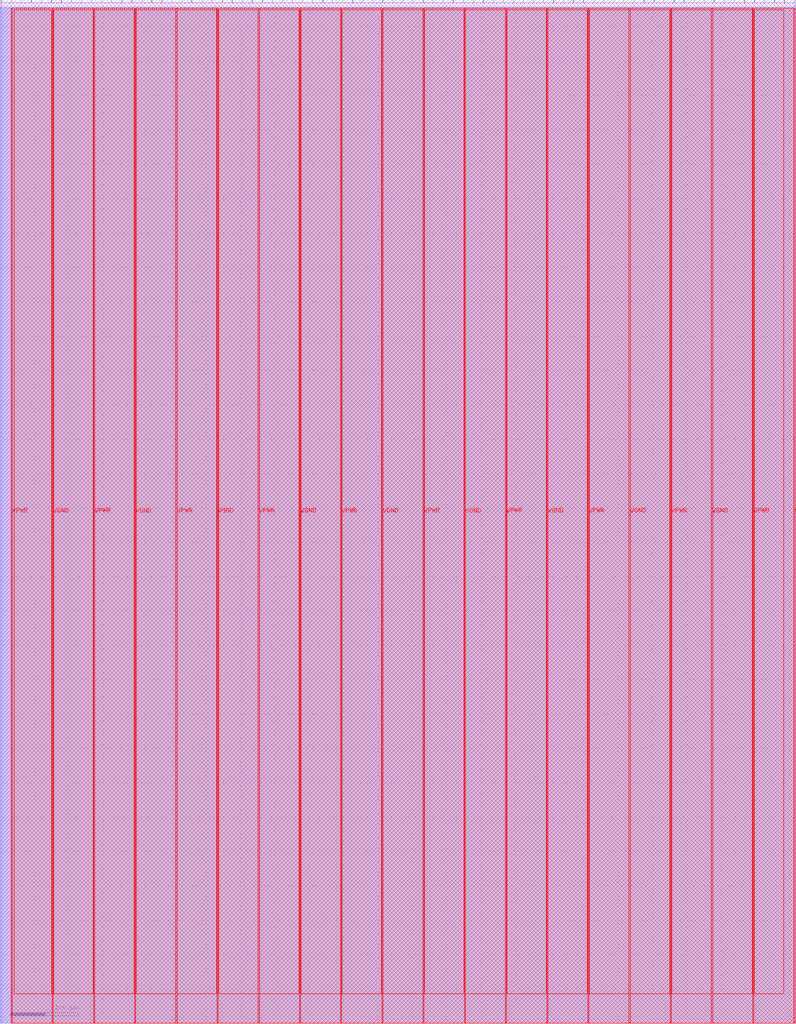
<source format=lef>
VERSION 5.7 ;
  NOWIREEXTENSIONATPIN ON ;
  DIVIDERCHAR "/" ;
  BUSBITCHARS "[]" ;
MACRO DFFRAM_4K
  CLASS BLOCK ;
  FOREIGN DFFRAM_4K ;
  ORIGIN 0.000 0.000 ;
  SIZE 1159.120 BY 1489.360 ;
  PIN A[0]
    DIRECTION INPUT ;
    USE SIGNAL ;
    PORT
      LAYER met2 ;
        RECT 469.480 1485.360 469.760 1489.360 ;
    END
  END A[0]
  PIN A[1]
    DIRECTION INPUT ;
    USE SIGNAL ;
    PORT
      LAYER met2 ;
        RECT 483.740 1485.360 484.020 1489.360 ;
    END
  END A[1]
  PIN A[2]
    DIRECTION INPUT ;
    USE SIGNAL ;
    PORT
      LAYER met2 ;
        RECT 498.460 1485.360 498.740 1489.360 ;
    END
  END A[2]
  PIN A[3]
    DIRECTION INPUT ;
    USE SIGNAL ;
    PORT
      LAYER met2 ;
        RECT 513.180 1485.360 513.460 1489.360 ;
    END
  END A[3]
  PIN A[4]
    DIRECTION INPUT ;
    USE SIGNAL ;
    PORT
      LAYER met2 ;
        RECT 527.900 1485.360 528.180 1489.360 ;
    END
  END A[4]
  PIN A[5]
    DIRECTION INPUT ;
    USE SIGNAL ;
    PORT
      LAYER met2 ;
        RECT 542.620 1485.360 542.900 1489.360 ;
    END
  END A[5]
  PIN A[6]
    DIRECTION INPUT ;
    USE SIGNAL ;
    PORT
      LAYER met2 ;
        RECT 556.880 1485.360 557.160 1489.360 ;
    END
  END A[6]
  PIN A[7]
    DIRECTION INPUT ;
    USE SIGNAL ;
    PORT
      LAYER met2 ;
        RECT 571.600 1485.360 571.880 1489.360 ;
    END
  END A[7]
  PIN A[8]
    DIRECTION INPUT ;
    USE SIGNAL ;
    PORT
      LAYER met2 ;
        RECT 586.320 1485.360 586.600 1489.360 ;
    END
  END A[8]
  PIN A[9]
    DIRECTION INPUT ;
    USE SIGNAL ;
    PORT
      LAYER met2 ;
        RECT 601.040 1485.360 601.320 1489.360 ;
    END
  END A[9]
  PIN CLK
    DIRECTION INPUT ;
    USE SIGNAL ;
    PORT
      LAYER met2 ;
        RECT 615.760 1485.360 616.040 1489.360 ;
    END
  END CLK
  PIN Di[0]
    DIRECTION INPUT ;
    USE SIGNAL ;
    PORT
      LAYER met2 ;
        RECT 703.160 1485.360 703.440 1489.360 ;
    END
  END Di[0]
  PIN Di[10]
    DIRECTION INPUT ;
    USE SIGNAL ;
    PORT
      LAYER met2 ;
        RECT 849.440 1485.360 849.720 1489.360 ;
    END
  END Di[10]
  PIN Di[11]
    DIRECTION INPUT ;
    USE SIGNAL ;
    PORT
      LAYER met2 ;
        RECT 864.160 1485.360 864.440 1489.360 ;
    END
  END Di[11]
  PIN Di[12]
    DIRECTION INPUT ;
    USE SIGNAL ;
    PORT
      LAYER met2 ;
        RECT 878.880 1485.360 879.160 1489.360 ;
    END
  END Di[12]
  PIN Di[13]
    DIRECTION INPUT ;
    USE SIGNAL ;
    PORT
      LAYER met2 ;
        RECT 893.600 1485.360 893.880 1489.360 ;
    END
  END Di[13]
  PIN Di[14]
    DIRECTION INPUT ;
    USE SIGNAL ;
    PORT
      LAYER met2 ;
        RECT 907.860 1485.360 908.140 1489.360 ;
    END
  END Di[14]
  PIN Di[15]
    DIRECTION INPUT ;
    USE SIGNAL ;
    PORT
      LAYER met2 ;
        RECT 922.580 1485.360 922.860 1489.360 ;
    END
  END Di[15]
  PIN Di[16]
    DIRECTION INPUT ;
    USE SIGNAL ;
    PORT
      LAYER met2 ;
        RECT 937.300 1485.360 937.580 1489.360 ;
    END
  END Di[16]
  PIN Di[17]
    DIRECTION INPUT ;
    USE SIGNAL ;
    PORT
      LAYER met2 ;
        RECT 952.020 1485.360 952.300 1489.360 ;
    END
  END Di[17]
  PIN Di[18]
    DIRECTION INPUT ;
    USE SIGNAL ;
    PORT
      LAYER met2 ;
        RECT 966.280 1485.360 966.560 1489.360 ;
    END
  END Di[18]
  PIN Di[19]
    DIRECTION INPUT ;
    USE SIGNAL ;
    PORT
      LAYER met2 ;
        RECT 981.000 1485.360 981.280 1489.360 ;
    END
  END Di[19]
  PIN Di[1]
    DIRECTION INPUT ;
    USE SIGNAL ;
    PORT
      LAYER met2 ;
        RECT 717.880 1485.360 718.160 1489.360 ;
    END
  END Di[1]
  PIN Di[20]
    DIRECTION INPUT ;
    USE SIGNAL ;
    PORT
      LAYER met2 ;
        RECT 995.720 1485.360 996.000 1489.360 ;
    END
  END Di[20]
  PIN Di[21]
    DIRECTION INPUT ;
    USE SIGNAL ;
    PORT
      LAYER met2 ;
        RECT 1010.440 1485.360 1010.720 1489.360 ;
    END
  END Di[21]
  PIN Di[22]
    DIRECTION INPUT ;
    USE SIGNAL ;
    PORT
      LAYER met2 ;
        RECT 1025.160 1485.360 1025.440 1489.360 ;
    END
  END Di[22]
  PIN Di[23]
    DIRECTION INPUT ;
    USE SIGNAL ;
    PORT
      LAYER met2 ;
        RECT 1039.420 1485.360 1039.700 1489.360 ;
    END
  END Di[23]
  PIN Di[24]
    DIRECTION INPUT ;
    USE SIGNAL ;
    PORT
      LAYER met2 ;
        RECT 1054.140 1485.360 1054.420 1489.360 ;
    END
  END Di[24]
  PIN Di[25]
    DIRECTION INPUT ;
    USE SIGNAL ;
    PORT
      LAYER met2 ;
        RECT 1068.860 1485.360 1069.140 1489.360 ;
    END
  END Di[25]
  PIN Di[26]
    DIRECTION INPUT ;
    USE SIGNAL ;
    PORT
      LAYER met2 ;
        RECT 1083.580 1485.360 1083.860 1489.360 ;
    END
  END Di[26]
  PIN Di[27]
    DIRECTION INPUT ;
    USE SIGNAL ;
    PORT
      LAYER met2 ;
        RECT 1098.300 1485.360 1098.580 1489.360 ;
    END
  END Di[27]
  PIN Di[28]
    DIRECTION INPUT ;
    USE SIGNAL ;
    PORT
      LAYER met2 ;
        RECT 1112.560 1485.360 1112.840 1489.360 ;
    END
  END Di[28]
  PIN Di[29]
    DIRECTION INPUT ;
    USE SIGNAL ;
    PORT
      LAYER met2 ;
        RECT 1127.280 1485.360 1127.560 1489.360 ;
    END
  END Di[29]
  PIN Di[2]
    DIRECTION INPUT ;
    USE SIGNAL ;
    PORT
      LAYER met2 ;
        RECT 732.600 1485.360 732.880 1489.360 ;
    END
  END Di[2]
  PIN Di[30]
    DIRECTION INPUT ;
    USE SIGNAL ;
    PORT
      LAYER met2 ;
        RECT 1142.000 1485.360 1142.280 1489.360 ;
    END
  END Di[30]
  PIN Di[31]
    DIRECTION INPUT ;
    USE SIGNAL ;
    PORT
      LAYER met2 ;
        RECT 1156.720 1485.360 1157.000 1489.360 ;
    END
  END Di[31]
  PIN Di[3]
    DIRECTION INPUT ;
    USE SIGNAL ;
    PORT
      LAYER met2 ;
        RECT 747.320 1485.360 747.600 1489.360 ;
    END
  END Di[3]
  PIN Di[4]
    DIRECTION INPUT ;
    USE SIGNAL ;
    PORT
      LAYER met2 ;
        RECT 761.580 1485.360 761.860 1489.360 ;
    END
  END Di[4]
  PIN Di[5]
    DIRECTION INPUT ;
    USE SIGNAL ;
    PORT
      LAYER met2 ;
        RECT 776.300 1485.360 776.580 1489.360 ;
    END
  END Di[5]
  PIN Di[6]
    DIRECTION INPUT ;
    USE SIGNAL ;
    PORT
      LAYER met2 ;
        RECT 791.020 1485.360 791.300 1489.360 ;
    END
  END Di[6]
  PIN Di[7]
    DIRECTION INPUT ;
    USE SIGNAL ;
    PORT
      LAYER met2 ;
        RECT 805.740 1485.360 806.020 1489.360 ;
    END
  END Di[7]
  PIN Di[8]
    DIRECTION INPUT ;
    USE SIGNAL ;
    PORT
      LAYER met2 ;
        RECT 820.460 1485.360 820.740 1489.360 ;
    END
  END Di[8]
  PIN Di[9]
    DIRECTION INPUT ;
    USE SIGNAL ;
    PORT
      LAYER met2 ;
        RECT 834.720 1485.360 835.000 1489.360 ;
    END
  END Di[9]
  PIN Do[0]
    DIRECTION OUTPUT TRISTATE ;
    USE SIGNAL ;
    PORT
      LAYER met2 ;
        RECT 1.660 1485.360 1.940 1489.360 ;
    END
  END Do[0]
  PIN Do[10]
    DIRECTION OUTPUT TRISTATE ;
    USE SIGNAL ;
    PORT
      LAYER met2 ;
        RECT 147.480 1485.360 147.760 1489.360 ;
    END
  END Do[10]
  PIN Do[11]
    DIRECTION OUTPUT TRISTATE ;
    USE SIGNAL ;
    PORT
      LAYER met2 ;
        RECT 162.200 1485.360 162.480 1489.360 ;
    END
  END Do[11]
  PIN Do[12]
    DIRECTION OUTPUT TRISTATE ;
    USE SIGNAL ;
    PORT
      LAYER met2 ;
        RECT 176.920 1485.360 177.200 1489.360 ;
    END
  END Do[12]
  PIN Do[13]
    DIRECTION OUTPUT TRISTATE ;
    USE SIGNAL ;
    PORT
      LAYER met2 ;
        RECT 191.640 1485.360 191.920 1489.360 ;
    END
  END Do[13]
  PIN Do[14]
    DIRECTION OUTPUT TRISTATE ;
    USE SIGNAL ;
    PORT
      LAYER met2 ;
        RECT 206.360 1485.360 206.640 1489.360 ;
    END
  END Do[14]
  PIN Do[15]
    DIRECTION OUTPUT TRISTATE ;
    USE SIGNAL ;
    PORT
      LAYER met2 ;
        RECT 220.620 1485.360 220.900 1489.360 ;
    END
  END Do[15]
  PIN Do[16]
    DIRECTION OUTPUT TRISTATE ;
    USE SIGNAL ;
    PORT
      LAYER met2 ;
        RECT 235.340 1485.360 235.620 1489.360 ;
    END
  END Do[16]
  PIN Do[17]
    DIRECTION OUTPUT TRISTATE ;
    USE SIGNAL ;
    PORT
      LAYER met2 ;
        RECT 250.060 1485.360 250.340 1489.360 ;
    END
  END Do[17]
  PIN Do[18]
    DIRECTION OUTPUT TRISTATE ;
    USE SIGNAL ;
    PORT
      LAYER met2 ;
        RECT 264.780 1485.360 265.060 1489.360 ;
    END
  END Do[18]
  PIN Do[19]
    DIRECTION OUTPUT TRISTATE ;
    USE SIGNAL ;
    PORT
      LAYER met2 ;
        RECT 279.040 1485.360 279.320 1489.360 ;
    END
  END Do[19]
  PIN Do[1]
    DIRECTION OUTPUT TRISTATE ;
    USE SIGNAL ;
    PORT
      LAYER met2 ;
        RECT 15.920 1485.360 16.200 1489.360 ;
    END
  END Do[1]
  PIN Do[20]
    DIRECTION OUTPUT TRISTATE ;
    USE SIGNAL ;
    PORT
      LAYER met2 ;
        RECT 293.760 1485.360 294.040 1489.360 ;
    END
  END Do[20]
  PIN Do[21]
    DIRECTION OUTPUT TRISTATE ;
    USE SIGNAL ;
    PORT
      LAYER met2 ;
        RECT 308.480 1485.360 308.760 1489.360 ;
    END
  END Do[21]
  PIN Do[22]
    DIRECTION OUTPUT TRISTATE ;
    USE SIGNAL ;
    PORT
      LAYER met2 ;
        RECT 323.200 1485.360 323.480 1489.360 ;
    END
  END Do[22]
  PIN Do[23]
    DIRECTION OUTPUT TRISTATE ;
    USE SIGNAL ;
    PORT
      LAYER met2 ;
        RECT 337.920 1485.360 338.200 1489.360 ;
    END
  END Do[23]
  PIN Do[24]
    DIRECTION OUTPUT TRISTATE ;
    USE SIGNAL ;
    PORT
      LAYER met2 ;
        RECT 352.180 1485.360 352.460 1489.360 ;
    END
  END Do[24]
  PIN Do[25]
    DIRECTION OUTPUT TRISTATE ;
    USE SIGNAL ;
    PORT
      LAYER met2 ;
        RECT 366.900 1485.360 367.180 1489.360 ;
    END
  END Do[25]
  PIN Do[26]
    DIRECTION OUTPUT TRISTATE ;
    USE SIGNAL ;
    PORT
      LAYER met2 ;
        RECT 381.620 1485.360 381.900 1489.360 ;
    END
  END Do[26]
  PIN Do[27]
    DIRECTION OUTPUT TRISTATE ;
    USE SIGNAL ;
    PORT
      LAYER met2 ;
        RECT 396.340 1485.360 396.620 1489.360 ;
    END
  END Do[27]
  PIN Do[28]
    DIRECTION OUTPUT TRISTATE ;
    USE SIGNAL ;
    PORT
      LAYER met2 ;
        RECT 411.060 1485.360 411.340 1489.360 ;
    END
  END Do[28]
  PIN Do[29]
    DIRECTION OUTPUT TRISTATE ;
    USE SIGNAL ;
    PORT
      LAYER met2 ;
        RECT 425.320 1485.360 425.600 1489.360 ;
    END
  END Do[29]
  PIN Do[2]
    DIRECTION OUTPUT TRISTATE ;
    USE SIGNAL ;
    PORT
      LAYER met2 ;
        RECT 30.640 1485.360 30.920 1489.360 ;
    END
  END Do[2]
  PIN Do[30]
    DIRECTION OUTPUT TRISTATE ;
    USE SIGNAL ;
    PORT
      LAYER met2 ;
        RECT 440.040 1485.360 440.320 1489.360 ;
    END
  END Do[30]
  PIN Do[31]
    DIRECTION OUTPUT TRISTATE ;
    USE SIGNAL ;
    PORT
      LAYER met2 ;
        RECT 454.760 1485.360 455.040 1489.360 ;
    END
  END Do[31]
  PIN Do[3]
    DIRECTION OUTPUT TRISTATE ;
    USE SIGNAL ;
    PORT
      LAYER met2 ;
        RECT 45.360 1485.360 45.640 1489.360 ;
    END
  END Do[3]
  PIN Do[4]
    DIRECTION OUTPUT TRISTATE ;
    USE SIGNAL ;
    PORT
      LAYER met2 ;
        RECT 60.080 1485.360 60.360 1489.360 ;
    END
  END Do[4]
  PIN Do[5]
    DIRECTION OUTPUT TRISTATE ;
    USE SIGNAL ;
    PORT
      LAYER met2 ;
        RECT 74.340 1485.360 74.620 1489.360 ;
    END
  END Do[5]
  PIN Do[6]
    DIRECTION OUTPUT TRISTATE ;
    USE SIGNAL ;
    PORT
      LAYER met2 ;
        RECT 89.060 1485.360 89.340 1489.360 ;
    END
  END Do[6]
  PIN Do[7]
    DIRECTION OUTPUT TRISTATE ;
    USE SIGNAL ;
    PORT
      LAYER met2 ;
        RECT 103.780 1485.360 104.060 1489.360 ;
    END
  END Do[7]
  PIN Do[8]
    DIRECTION OUTPUT TRISTATE ;
    USE SIGNAL ;
    PORT
      LAYER met2 ;
        RECT 118.500 1485.360 118.780 1489.360 ;
    END
  END Do[8]
  PIN Do[9]
    DIRECTION OUTPUT TRISTATE ;
    USE SIGNAL ;
    PORT
      LAYER met2 ;
        RECT 133.220 1485.360 133.500 1489.360 ;
    END
  END Do[9]
  PIN EN
    DIRECTION INPUT ;
    USE SIGNAL ;
    PORT
      LAYER met2 ;
        RECT 688.900 1485.360 689.180 1489.360 ;
    END
  END EN
  PIN WE[0]
    DIRECTION INPUT ;
    USE SIGNAL ;
    PORT
      LAYER met2 ;
        RECT 630.020 1485.360 630.300 1489.360 ;
    END
  END WE[0]
  PIN WE[1]
    DIRECTION INPUT ;
    USE SIGNAL ;
    PORT
      LAYER met2 ;
        RECT 644.740 1485.360 645.020 1489.360 ;
    END
  END WE[1]
  PIN WE[2]
    DIRECTION INPUT ;
    USE SIGNAL ;
    PORT
      LAYER met2 ;
        RECT 659.460 1485.360 659.740 1489.360 ;
    END
  END WE[2]
  PIN WE[3]
    DIRECTION INPUT ;
    USE SIGNAL ;
    PORT
      LAYER met2 ;
        RECT 674.180 1485.360 674.460 1489.360 ;
    END
  END WE[3]
  PIN VPWR
    DIRECTION INOUT ;
    USE POWER ;
    PORT
      LAYER met4 ;
        RECT 1095.710 0.000 1097.310 1477.440 ;
    END
  END VPWR
  PIN VPWR
    DIRECTION INOUT ;
    USE POWER ;
    PORT
      LAYER met4 ;
        RECT 975.710 0.000 977.310 1477.440 ;
    END
  END VPWR
  PIN VPWR
    DIRECTION INOUT ;
    USE POWER ;
    PORT
      LAYER met4 ;
        RECT 855.710 0.000 857.310 1477.440 ;
    END
  END VPWR
  PIN VPWR
    DIRECTION INOUT ;
    USE POWER ;
    PORT
      LAYER met4 ;
        RECT 735.710 0.000 737.310 1477.440 ;
    END
  END VPWR
  PIN VPWR
    DIRECTION INOUT ;
    USE POWER ;
    PORT
      LAYER met4 ;
        RECT 615.710 0.000 617.310 1477.440 ;
    END
  END VPWR
  PIN VPWR
    DIRECTION INOUT ;
    USE POWER ;
    PORT
      LAYER met4 ;
        RECT 495.710 0.000 497.310 1477.440 ;
    END
  END VPWR
  PIN VPWR
    DIRECTION INOUT ;
    USE POWER ;
    PORT
      LAYER met4 ;
        RECT 375.710 0.000 377.310 1477.440 ;
    END
  END VPWR
  PIN VPWR
    DIRECTION INOUT ;
    USE POWER ;
    PORT
      LAYER met4 ;
        RECT 255.710 0.000 257.310 1477.440 ;
    END
  END VPWR
  PIN VPWR
    DIRECTION INOUT ;
    USE POWER ;
    PORT
      LAYER met4 ;
        RECT 135.710 0.000 137.310 1477.440 ;
    END
  END VPWR
  PIN VPWR
    DIRECTION INOUT ;
    USE POWER ;
    PORT
      LAYER met4 ;
        RECT 15.710 0.000 17.310 1477.440 ;
    END
  END VPWR
  PIN VGND
    DIRECTION INOUT ;
    USE GROUND ;
    PORT
      LAYER met4 ;
        RECT 1155.710 0.000 1157.310 1477.440 ;
    END
  END VGND
  PIN VGND
    DIRECTION INOUT ;
    USE GROUND ;
    PORT
      LAYER met4 ;
        RECT 1035.710 0.000 1037.310 1477.440 ;
    END
  END VGND
  PIN VGND
    DIRECTION INOUT ;
    USE GROUND ;
    PORT
      LAYER met4 ;
        RECT 915.710 0.000 917.310 1477.440 ;
    END
  END VGND
  PIN VGND
    DIRECTION INOUT ;
    USE GROUND ;
    PORT
      LAYER met4 ;
        RECT 795.710 0.000 797.310 1477.440 ;
    END
  END VGND
  PIN VGND
    DIRECTION INOUT ;
    USE GROUND ;
    PORT
      LAYER met4 ;
        RECT 675.710 0.000 677.310 1477.440 ;
    END
  END VGND
  PIN VGND
    DIRECTION INOUT ;
    USE GROUND ;
    PORT
      LAYER met4 ;
        RECT 555.710 0.000 557.310 1477.440 ;
    END
  END VGND
  PIN VGND
    DIRECTION INOUT ;
    USE GROUND ;
    PORT
      LAYER met4 ;
        RECT 435.710 0.000 437.310 1477.440 ;
    END
  END VGND
  PIN VGND
    DIRECTION INOUT ;
    USE GROUND ;
    PORT
      LAYER met4 ;
        RECT 315.710 0.000 317.310 1477.440 ;
    END
  END VGND
  PIN VGND
    DIRECTION INOUT ;
    USE GROUND ;
    PORT
      LAYER met4 ;
        RECT 195.710 0.000 197.310 1477.440 ;
    END
  END VGND
  PIN VGND
    DIRECTION INOUT ;
    USE GROUND ;
    PORT
      LAYER met4 ;
        RECT 75.710 0.000 77.310 1477.440 ;
    END
  END VGND
  OBS
      LAYER li1 ;
        RECT 0.190 0.155 1158.930 1477.285 ;
      LAYER met1 ;
        RECT 0.190 0.000 1158.930 1478.860 ;
      LAYER met2 ;
        RECT 2.220 1485.080 15.640 1485.360 ;
        RECT 16.480 1485.080 30.360 1485.360 ;
        RECT 31.200 1485.080 45.080 1485.360 ;
        RECT 45.920 1485.080 59.800 1485.360 ;
        RECT 60.640 1485.080 74.060 1485.360 ;
        RECT 74.900 1485.080 88.780 1485.360 ;
        RECT 89.620 1485.080 103.500 1485.360 ;
        RECT 104.340 1485.080 118.220 1485.360 ;
        RECT 119.060 1485.080 132.940 1485.360 ;
        RECT 133.780 1485.080 147.200 1485.360 ;
        RECT 148.040 1485.080 161.920 1485.360 ;
        RECT 162.760 1485.080 176.640 1485.360 ;
        RECT 177.480 1485.080 191.360 1485.360 ;
        RECT 192.200 1485.080 206.080 1485.360 ;
        RECT 206.920 1485.080 220.340 1485.360 ;
        RECT 221.180 1485.080 235.060 1485.360 ;
        RECT 235.900 1485.080 249.780 1485.360 ;
        RECT 250.620 1485.080 264.500 1485.360 ;
        RECT 265.340 1485.080 278.760 1485.360 ;
        RECT 279.600 1485.080 293.480 1485.360 ;
        RECT 294.320 1485.080 308.200 1485.360 ;
        RECT 309.040 1485.080 322.920 1485.360 ;
        RECT 323.760 1485.080 337.640 1485.360 ;
        RECT 338.480 1485.080 351.900 1485.360 ;
        RECT 352.740 1485.080 366.620 1485.360 ;
        RECT 367.460 1485.080 381.340 1485.360 ;
        RECT 382.180 1485.080 396.060 1485.360 ;
        RECT 396.900 1485.080 410.780 1485.360 ;
        RECT 411.620 1485.080 425.040 1485.360 ;
        RECT 425.880 1485.080 439.760 1485.360 ;
        RECT 440.600 1485.080 454.480 1485.360 ;
        RECT 455.320 1485.080 469.200 1485.360 ;
        RECT 470.040 1485.080 483.460 1485.360 ;
        RECT 484.300 1485.080 498.180 1485.360 ;
        RECT 499.020 1485.080 512.900 1485.360 ;
        RECT 513.740 1485.080 527.620 1485.360 ;
        RECT 528.460 1485.080 542.340 1485.360 ;
        RECT 543.180 1485.080 556.600 1485.360 ;
        RECT 557.440 1485.080 571.320 1485.360 ;
        RECT 572.160 1485.080 586.040 1485.360 ;
        RECT 586.880 1485.080 600.760 1485.360 ;
        RECT 601.600 1485.080 615.480 1485.360 ;
        RECT 616.320 1485.080 629.740 1485.360 ;
        RECT 630.580 1485.080 644.460 1485.360 ;
        RECT 645.300 1485.080 659.180 1485.360 ;
        RECT 660.020 1485.080 673.900 1485.360 ;
        RECT 674.740 1485.080 688.620 1485.360 ;
        RECT 689.460 1485.080 702.880 1485.360 ;
        RECT 703.720 1485.080 717.600 1485.360 ;
        RECT 718.440 1485.080 732.320 1485.360 ;
        RECT 733.160 1485.080 747.040 1485.360 ;
        RECT 747.880 1485.080 761.300 1485.360 ;
        RECT 762.140 1485.080 776.020 1485.360 ;
        RECT 776.860 1485.080 790.740 1485.360 ;
        RECT 791.580 1485.080 805.460 1485.360 ;
        RECT 806.300 1485.080 820.180 1485.360 ;
        RECT 821.020 1485.080 834.440 1485.360 ;
        RECT 835.280 1485.080 849.160 1485.360 ;
        RECT 850.000 1485.080 863.880 1485.360 ;
        RECT 864.720 1485.080 878.600 1485.360 ;
        RECT 879.440 1485.080 893.320 1485.360 ;
        RECT 894.160 1485.080 907.580 1485.360 ;
        RECT 908.420 1485.080 922.300 1485.360 ;
        RECT 923.140 1485.080 937.020 1485.360 ;
        RECT 937.860 1485.080 951.740 1485.360 ;
        RECT 952.580 1485.080 966.000 1485.360 ;
        RECT 966.840 1485.080 980.720 1485.360 ;
        RECT 981.560 1485.080 995.440 1485.360 ;
        RECT 996.280 1485.080 1010.160 1485.360 ;
        RECT 1011.000 1485.080 1024.880 1485.360 ;
        RECT 1025.720 1485.080 1039.140 1485.360 ;
        RECT 1039.980 1485.080 1053.860 1485.360 ;
        RECT 1054.700 1485.080 1068.580 1485.360 ;
        RECT 1069.420 1485.080 1083.300 1485.360 ;
        RECT 1084.140 1485.080 1098.020 1485.360 ;
        RECT 1098.860 1485.080 1112.280 1485.360 ;
        RECT 1113.120 1485.080 1127.000 1485.360 ;
        RECT 1127.840 1485.080 1141.720 1485.360 ;
        RECT 1142.560 1485.080 1156.440 1485.360 ;
        RECT 1157.280 1485.080 1157.910 1485.360 ;
        RECT 1.670 0.000 1157.910 1485.080 ;
      LAYER met3 ;
        RECT 3.015 0.075 1157.310 1477.365 ;
      LAYER met4 ;
        RECT 20.725 42.575 75.310 1474.985 ;
        RECT 77.710 42.575 135.310 1474.985 ;
        RECT 137.710 42.575 195.310 1474.985 ;
        RECT 197.710 42.575 255.310 1474.985 ;
        RECT 257.710 42.575 315.310 1474.985 ;
        RECT 317.710 42.575 375.310 1474.985 ;
        RECT 377.710 42.575 435.310 1474.985 ;
        RECT 437.710 42.575 495.310 1474.985 ;
        RECT 497.710 42.575 555.310 1474.985 ;
        RECT 557.710 42.575 615.310 1474.985 ;
        RECT 617.710 42.575 675.310 1474.985 ;
        RECT 677.710 42.575 735.310 1474.985 ;
        RECT 737.710 42.575 795.310 1474.985 ;
        RECT 797.710 42.575 855.310 1474.985 ;
        RECT 857.710 42.575 915.310 1474.985 ;
        RECT 917.710 42.575 975.310 1474.985 ;
        RECT 977.710 42.575 1035.310 1474.985 ;
        RECT 1037.710 42.575 1095.310 1474.985 ;
        RECT 1097.710 42.575 1140.695 1474.985 ;
        RECT 15.710 0.300 1157.310 1477.440 ;
  END
END DFFRAM_4K
END LIBRARY


</source>
